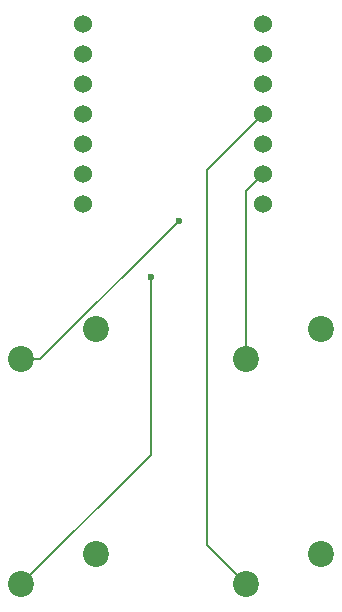
<source format=gbr>
%TF.GenerationSoftware,KiCad,Pcbnew,9.0.2*%
%TF.CreationDate,2025-06-25T23:30:19-04:00*%
%TF.ProjectId,_autosave-hack pad,5f617574-6f73-4617-9665-2d6861636b20,rev?*%
%TF.SameCoordinates,Original*%
%TF.FileFunction,Copper,L2,Bot*%
%TF.FilePolarity,Positive*%
%FSLAX46Y46*%
G04 Gerber Fmt 4.6, Leading zero omitted, Abs format (unit mm)*
G04 Created by KiCad (PCBNEW 9.0.2) date 2025-06-25 23:30:19*
%MOMM*%
%LPD*%
G01*
G04 APERTURE LIST*
%TA.AperFunction,ComponentPad*%
%ADD10C,2.200000*%
%TD*%
%TA.AperFunction,ComponentPad*%
%ADD11C,1.524000*%
%TD*%
%TA.AperFunction,ViaPad*%
%ADD12C,0.600000*%
%TD*%
%TA.AperFunction,Conductor*%
%ADD13C,0.200000*%
%TD*%
G04 APERTURE END LIST*
D10*
%TO.P,SW3,1,1*%
%TO.N,GND*%
X147796250Y-118745000D03*
%TO.P,SW3,2,2*%
%TO.N,Net-(U1-GPIO4{slash}MISO)*%
X141446250Y-121285000D03*
%TD*%
%TO.P,SW1,1,1*%
%TO.N,GND*%
X147796250Y-99695000D03*
%TO.P,SW1,2,2*%
%TO.N,Net-(U1-GPIO1{slash}RX)*%
X141446250Y-102235000D03*
%TD*%
%TO.P,SW4,1,1*%
%TO.N,GND*%
X166846250Y-118745000D03*
%TO.P,SW4,2,2*%
%TO.N,Net-(U1-GPIO3{slash}MOSI)*%
X160496250Y-121285000D03*
%TD*%
%TO.P,SW2,1,1*%
%TO.N,GND*%
X166846250Y-99695000D03*
%TO.P,SW2,2,2*%
%TO.N,Net-(U1-GPIO2{slash}SCK)*%
X160496250Y-102235000D03*
%TD*%
D11*
%TO.P,U1,1,GPIO26/ADC0/A0*%
%TO.N,unconnected-(U1-GPIO26{slash}ADC0{slash}A0-Pad1)*%
X146685000Y-73818750D03*
%TO.P,U1,2,GPIO27/ADC1/A1*%
%TO.N,unconnected-(U1-GPIO27{slash}ADC1{slash}A1-Pad2)*%
X146685000Y-76358750D03*
%TO.P,U1,3,GPIO28/ADC2/A2*%
%TO.N,unconnected-(U1-GPIO28{slash}ADC2{slash}A2-Pad3)*%
X146685000Y-78898750D03*
%TO.P,U1,4,GPIO29/ADC3/A3*%
%TO.N,unconnected-(U1-GPIO29{slash}ADC3{slash}A3-Pad4)*%
X146685000Y-81438750D03*
%TO.P,U1,5,GPIO6/SDA*%
%TO.N,Net-(D1-VDD)*%
X146685000Y-83978750D03*
%TO.P,U1,6,GPIO7/SCL*%
%TO.N,unconnected-(U1-GPIO7{slash}SCL-Pad6)*%
X146685000Y-86518750D03*
%TO.P,U1,7,GPIO0/TX*%
%TO.N,unconnected-(U1-GPIO0{slash}TX-Pad7)*%
X146685000Y-89058750D03*
%TO.P,U1,8,GPIO1/RX*%
%TO.N,Net-(U1-GPIO1{slash}RX)*%
X161925000Y-89058750D03*
%TO.P,U1,9,GPIO2/SCK*%
%TO.N,Net-(U1-GPIO2{slash}SCK)*%
X161925000Y-86518750D03*
%TO.P,U1,10,GPIO4/MISO*%
%TO.N,Net-(U1-GPIO4{slash}MISO)*%
X161925000Y-83978750D03*
%TO.P,U1,11,GPIO3/MOSI*%
%TO.N,Net-(U1-GPIO3{slash}MOSI)*%
X161925000Y-81438750D03*
%TO.P,U1,12,3V3*%
%TO.N,unconnected-(U1-3V3-Pad12)*%
X161925000Y-78898750D03*
%TO.P,U1,13,GND*%
%TO.N,GND*%
X161925000Y-76358750D03*
%TO.P,U1,14,VBUS*%
%TO.N,+5V*%
X161925000Y-73818750D03*
%TD*%
D12*
%TO.N,Net-(U1-GPIO1{slash}RX)*%
X154781250Y-90487500D03*
%TO.N,Net-(U1-GPIO4{slash}MISO)*%
X152400000Y-95250000D03*
%TD*%
D13*
%TO.N,Net-(U1-GPIO1{slash}RX)*%
X141446250Y-102235000D02*
X143033750Y-102235000D01*
X143033750Y-102235000D02*
X154781250Y-90487500D01*
%TO.N,Net-(U1-GPIO2{slash}SCK)*%
X160496250Y-87947500D02*
X161925000Y-86518750D01*
X160496250Y-102235000D02*
X160496250Y-87947500D01*
%TO.N,Net-(U1-GPIO4{slash}MISO)*%
X141446250Y-121285000D02*
X152400000Y-110331250D01*
X152400000Y-110331250D02*
X152400000Y-95250000D01*
%TO.N,Net-(U1-GPIO3{slash}MOSI)*%
X157162500Y-117951250D02*
X157162500Y-86201250D01*
X157162500Y-86201250D02*
X161925000Y-81438750D01*
X160496250Y-121285000D02*
X157162500Y-117951250D01*
%TD*%
M02*

</source>
